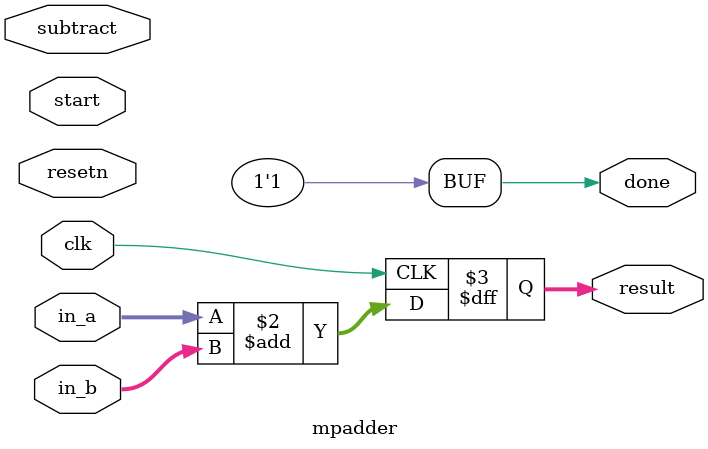
<source format=v>
`timescale 1ns / 1ps

module mpadder(
    input  wire         clk,
    input  wire         resetn,
    input  wire         start,
    input  wire         subtract,
    input  wire [513:0] in_a,
    input  wire [513:0] in_b,
    output reg  [514:0] result,
    output wire         done
    );

    always @(posedge(clk))
        result = in_a + in_b;
    
    assign done = 1'b1;

endmodule
</source>
